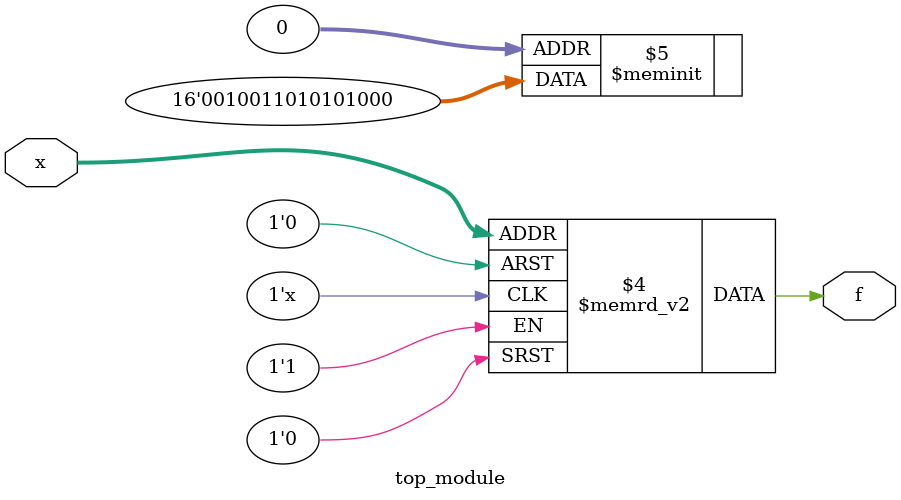
<source format=sv>
module top_module (
    input [4:1] x,
    output logic f
);

always_comb begin
    case (x)
        4'b0001, 4'b0010, 4'b0100, 4'b1000: f = 1'b0;
        4'b0011, 4'b0101, 4'b0111, 4'b1001, 4'b1010, 4'b1101: f = 1'b1;
        4'b1011, 4'b1100, 4'b1110, 4'b1111: f = 1'b0; // Don't care condition
        default: f = 1'b0;
    endcase
end

endmodule

</source>
